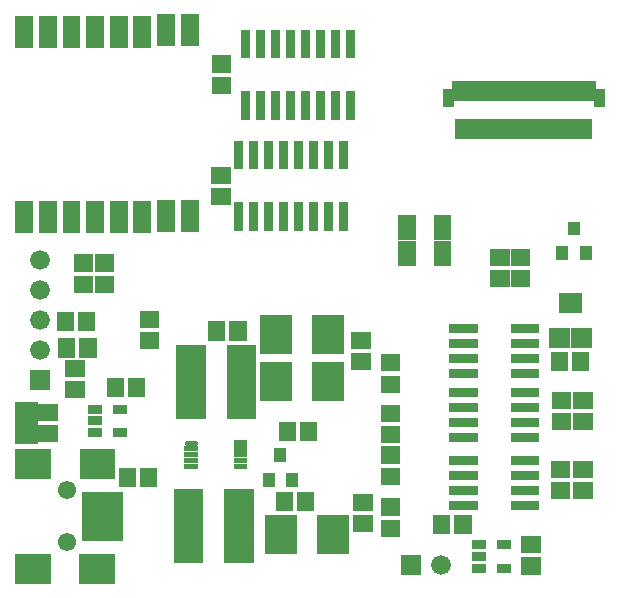
<source format=gbr>
G04 start of page 6 for group -4063 idx -4063 *
G04 Title: (unknown), componentmask *
G04 Creator: pcb 20140316 *
G04 CreationDate: Sun 15 Feb 2015 03:48:22 PM GMT UTC *
G04 For: jeroen *
G04 Format: Gerber/RS-274X *
G04 PCB-Dimensions (mil): 6000.00 5000.00 *
G04 PCB-Coordinate-Origin: lower left *
%MOIN*%
%FSLAX25Y25*%
%LNTOPMASK*%
%ADD65R,0.0594X0.0594*%
%ADD64R,0.0318X0.0318*%
%ADD63R,0.0357X0.0357*%
%ADD62R,0.0672X0.0672*%
%ADD61R,0.0180X0.0180*%
%ADD60C,0.0180*%
%ADD59R,0.0400X0.0400*%
%ADD58R,0.1066X0.1066*%
%ADD57R,0.0987X0.0987*%
%ADD56R,0.0397X0.0397*%
%ADD55R,0.0712X0.0712*%
%ADD54R,0.0300X0.0300*%
%ADD53R,0.0572X0.0572*%
%ADD52C,0.0611*%
%ADD51C,0.0660*%
%ADD50C,0.0001*%
G54D50*G36*
X191976Y82985D02*Y76385D01*
X198576D01*
Y82985D01*
X191976D01*
G37*
G54D51*X195276Y89685D03*
Y99685D03*
Y109685D03*
Y119685D03*
G54D50*G36*
X315834Y21410D02*Y14810D01*
X322434D01*
Y21410D01*
X315834D01*
G37*
G54D51*X329134Y18110D03*
G54D52*X204331Y25591D03*
Y42913D03*
G54D53*X220473Y77558D02*Y76772D01*
X227559Y77558D02*Y76772D01*
G54D54*X221247Y62205D02*X222847D01*
X221247Y70005D02*X222847D01*
G54D53*X224607Y47637D02*Y46851D01*
X231693Y47637D02*Y46851D01*
G54D54*X213047Y70005D02*X214647D01*
G54D55*X190553Y68898D02*X191339D01*
G54D53*X197638Y68898D02*X198424D01*
G54D54*X213047Y66105D02*X214647D01*
G54D56*X211417Y40551D02*X221063D01*
X211417Y37402D02*X221063D01*
X211417Y27953D02*X221063D01*
X211417Y31102D02*X221063D01*
X211417Y34252D02*X221063D01*
G54D54*X213047Y62205D02*X214647D01*
G54D55*X190553Y61812D02*X191339D01*
G54D53*X197638Y61812D02*X198424D01*
G54D57*X192126Y51772D02*X194094D01*
X213583D02*X215551D01*
G54D53*X206694Y76575D02*X207480D01*
X206694Y83661D02*X207480D01*
G54D58*X274016Y80315D02*Y77953D01*
G54D53*X277953Y62991D02*Y62205D01*
G54D58*X274016Y96063D02*Y93701D01*
X291339Y80315D02*Y77953D01*
X292913Y29528D02*Y27165D01*
G54D53*X285039Y62991D02*Y62205D01*
G54D58*X291339Y96063D02*Y93701D01*
G54D59*X271654Y46757D02*Y46157D01*
X279454Y46757D02*Y46157D01*
X275554Y54957D02*Y54357D01*
G54D58*X275591Y29528D02*Y27165D01*
G54D53*X276772Y39566D02*Y38780D01*
X283858Y39566D02*Y38780D01*
G54D57*X245669Y86614D02*Y71654D01*
G54D60*X244416Y58858D02*X247016D01*
G54D61*X244416Y56858D02*X247016D01*
X244416Y54858D02*X247016D01*
X244416Y52958D02*X247016D01*
X244416Y50958D02*X247016D01*
G54D57*X262598Y86614D02*Y71654D01*
G54D53*X254331Y96456D02*Y95670D01*
X261417Y96456D02*Y95670D01*
G54D61*X260916Y50858D02*X263516D01*
X260916Y52858D02*X263516D01*
X260916Y54858D02*X263516D01*
X260916Y56758D02*X263516D01*
X260916Y58758D02*X263516D01*
G54D57*X244882Y38583D02*Y23622D01*
X261811Y38583D02*Y23622D01*
X192126Y16732D02*X194094D01*
X213386D02*X215354D01*
G54D59*X369488Y122347D02*Y121747D01*
X377288Y122347D02*Y121747D01*
X373388Y130547D02*Y129947D01*
G54D54*X353850Y96870D02*X360350D01*
G54D62*X371850Y105512D02*X372638D01*
G54D53*X355119Y113583D02*X355905D01*
X355119Y120669D02*X355905D01*
X348427Y120669D02*X349213D01*
X317717Y131693D02*Y129331D01*
X329527Y131693D02*Y129331D01*
X317717Y123031D02*Y120669D01*
X329527Y123031D02*Y120669D01*
X348427Y113583D02*X349213D01*
G54D63*X381890Y175000D02*Y172638D01*
G54D64*X379134Y177756D02*Y174213D01*
X376772Y177756D02*Y174213D01*
X374409Y177756D02*Y174213D01*
X372047Y177756D02*Y174213D01*
X369685Y177756D02*Y174213D01*
X367323Y177756D02*Y174213D01*
X364961Y177756D02*Y174213D01*
X362598Y177756D02*Y174213D01*
X360236Y177756D02*Y174213D01*
X357874Y177756D02*Y174213D01*
X355512Y177756D02*Y174213D01*
X353150Y177756D02*Y174213D01*
X350787Y177756D02*Y174213D01*
X348425Y177756D02*Y174213D01*
X346063Y177756D02*Y174213D01*
X343701Y177756D02*Y174213D01*
X341339Y177756D02*Y174213D01*
X338976Y177756D02*Y174213D01*
X336614Y177756D02*Y174213D01*
X334252Y177756D02*Y174213D01*
G54D63*X331496Y175000D02*Y172638D01*
G54D64*X377953Y165157D02*Y161614D01*
X375591Y165157D02*Y161614D01*
X373228Y165157D02*Y161614D01*
X370866Y165157D02*Y161614D01*
X368504Y165157D02*Y161614D01*
X366142Y165157D02*Y161614D01*
X363780Y165157D02*Y161614D01*
X361417Y165157D02*Y161614D01*
X359055Y165157D02*Y161614D01*
X356693Y165157D02*Y161614D01*
X354331Y165157D02*Y161614D01*
X351969Y165157D02*Y161614D01*
X349606Y165157D02*Y161614D01*
X347244Y165157D02*Y161614D01*
X344882Y165157D02*Y161614D01*
X342520Y165157D02*Y161614D01*
X340157Y165157D02*Y161614D01*
X337795Y165157D02*Y161614D01*
X335433Y165157D02*Y161614D01*
G54D54*X333350Y96870D02*X339850D01*
X333350Y91870D02*X339850D01*
X333350Y86870D02*X339850D01*
X333350Y81870D02*X339850D01*
G54D53*X311812Y85433D02*X312598D01*
X311812Y78347D02*X312598D01*
G54D54*X333350Y75610D02*X339850D01*
G54D53*X301953Y92905D02*X302739D01*
X301953Y85819D02*X302739D01*
G54D54*X353850Y81870D02*X360350D01*
X353850Y86870D02*X360350D01*
X353850Y91870D02*X360350D01*
G54D62*X368307Y93701D02*X368701D01*
X375787D02*X376181D01*
G54D53*X368504Y86220D02*Y85434D01*
X375590Y86220D02*Y85434D01*
X358663Y17716D02*X359449D01*
X358663Y24802D02*X359449D01*
G54D54*X349200Y16929D02*X350800D01*
X349200Y24729D02*X350800D01*
X353850Y37776D02*X360350D01*
X353850Y42776D02*X360350D01*
X353850Y47776D02*X360350D01*
G54D53*X311812Y37401D02*X312598D01*
X311812Y30315D02*X312598D01*
X311812Y47638D02*X312598D01*
X302757Y38976D02*X303543D01*
X302757Y31890D02*X303543D01*
X311812Y68504D02*X312598D01*
X311812Y61418D02*X312598D01*
X311812Y54724D02*X312598D01*
X368898Y72834D02*X369684D01*
X368898Y65748D02*X369684D01*
X368505Y50000D02*X369291D01*
X368505Y42914D02*X369291D01*
X375985D02*X376771D01*
X375985Y50000D02*X376771D01*
X375985Y72834D02*X376771D01*
X375985Y65748D02*X376771D01*
G54D54*X353850Y52776D02*X360350D01*
X353850Y60610D02*X360350D01*
X353850Y65610D02*X360350D01*
X353850Y70610D02*X360350D01*
X353850Y75610D02*X360350D01*
G54D53*X329331Y31889D02*Y31103D01*
X336417Y31889D02*Y31103D01*
G54D54*X333350Y52776D02*X339850D01*
X333350Y47776D02*X339850D01*
X333350Y42776D02*X339850D01*
X333350Y37776D02*X339850D01*
X341000Y24729D02*X342600D01*
X341000Y20829D02*X342600D01*
X341000Y16929D02*X342600D01*
X333350Y70610D02*X339850D01*
X333350Y65610D02*X339850D01*
X333350Y60610D02*X339850D01*
G54D65*X245275Y136811D02*Y132086D01*
G54D53*X255316Y140749D02*X256102D01*
X255316Y147835D02*X256102D01*
G54D65*X237401Y136811D02*Y132086D01*
X229527Y136417D02*Y131693D01*
X221653Y136417D02*Y131693D01*
X213779Y136417D02*Y131693D01*
X205905Y136417D02*Y131693D01*
X198031Y136417D02*Y131693D01*
X190157Y136417D02*Y131693D01*
G54D54*X261437Y137488D02*Y130988D01*
X266437Y137488D02*Y130988D01*
X271437Y137488D02*Y130988D01*
X276437Y137488D02*Y130988D01*
X281437Y137488D02*Y130988D01*
X286437Y137488D02*Y130988D01*
X291437Y137488D02*Y130988D01*
X296437Y137488D02*Y130988D01*
Y157988D02*Y151488D01*
X291437Y157988D02*Y151488D01*
X286437Y157988D02*Y151488D01*
X281437Y157988D02*Y151488D01*
X276437Y157988D02*Y151488D01*
X271437Y157988D02*Y151488D01*
X266437Y157988D02*Y151488D01*
X261437Y157988D02*Y151488D01*
G54D65*X245275Y198622D02*Y193897D01*
G54D53*X255513Y185039D02*X256299D01*
G54D54*X263799Y194996D02*Y188496D01*
G54D65*X237401Y198622D02*Y193897D01*
X229527Y198228D02*Y193504D01*
X221653Y198228D02*Y193504D01*
X213779Y198228D02*Y193504D01*
X205905Y198228D02*Y193504D01*
X198031Y198228D02*Y193504D01*
X190157Y198228D02*Y193504D01*
G54D53*X255513Y177953D02*X256299D01*
G54D54*X263799Y174496D02*Y167996D01*
X268799Y174496D02*Y167996D01*
X273799Y174496D02*Y167996D01*
X278799Y174496D02*Y167996D01*
X283799Y174496D02*Y167996D01*
Y194996D02*Y188496D01*
X278799Y194996D02*Y188496D01*
X273799Y194996D02*Y188496D01*
X268799Y194996D02*Y188496D01*
X288799Y174496D02*Y167996D01*
X293799Y174496D02*Y167996D01*
X298799Y174496D02*Y167996D01*
Y194996D02*Y188496D01*
X293799Y194996D02*Y188496D01*
X288799Y194996D02*Y188496D01*
G54D53*X231497Y92913D02*X232283D01*
X204331Y90747D02*Y89961D01*
X211417Y90747D02*Y89961D01*
X231497Y99999D02*X232283D01*
X203938Y99606D02*Y98820D01*
X211024Y99606D02*Y98820D01*
X209450Y111615D02*X210236D01*
X209450Y118701D02*X210236D01*
X216537Y111615D02*X217323D01*
X216537Y118701D02*X217323D01*
M02*

</source>
